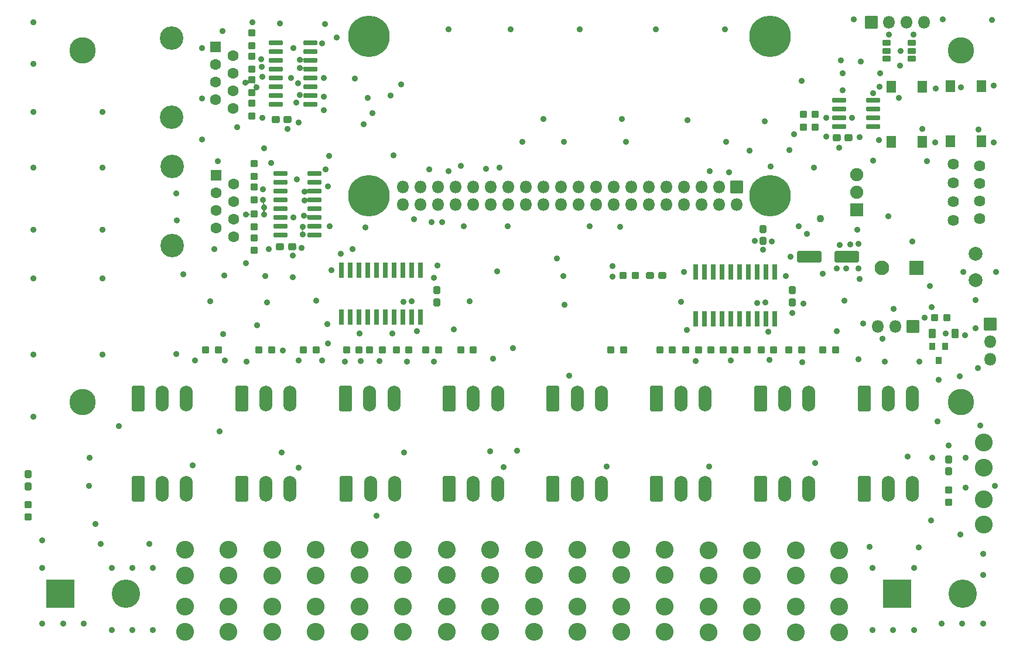
<source format=gbr>
%TF.GenerationSoftware,KiCad,Pcbnew,(6.0.7)*%
%TF.CreationDate,2022-08-20T02:00:58-04:00*%
%TF.ProjectId,Pi_Zero_W_16,50695f5a-6572-46f5-9f57-5f31362e6b69,v1*%
%TF.SameCoordinates,Original*%
%TF.FileFunction,Soldermask,Top*%
%TF.FilePolarity,Negative*%
%FSLAX46Y46*%
G04 Gerber Fmt 4.6, Leading zero omitted, Abs format (unit mm)*
G04 Created by KiCad (PCBNEW (6.0.7)) date 2022-08-20 02:00:58*
%MOMM*%
%LPD*%
G01*
G04 APERTURE LIST*
G04 Aperture macros list*
%AMRoundRect*
0 Rectangle with rounded corners*
0 $1 Rounding radius*
0 $2 $3 $4 $5 $6 $7 $8 $9 X,Y pos of 4 corners*
0 Add a 4 corners polygon primitive as box body*
4,1,4,$2,$3,$4,$5,$6,$7,$8,$9,$2,$3,0*
0 Add four circle primitives for the rounded corners*
1,1,$1+$1,$2,$3*
1,1,$1+$1,$4,$5*
1,1,$1+$1,$6,$7*
1,1,$1+$1,$8,$9*
0 Add four rect primitives between the rounded corners*
20,1,$1+$1,$2,$3,$4,$5,0*
20,1,$1+$1,$4,$5,$6,$7,0*
20,1,$1+$1,$6,$7,$8,$9,0*
20,1,$1+$1,$8,$9,$2,$3,0*%
G04 Aperture macros list end*
%ADD10RoundRect,0.288500X-0.300000X-0.237500X0.300000X-0.237500X0.300000X0.237500X-0.300000X0.237500X0*%
%ADD11RoundRect,0.301000X-0.650000X-1.550000X0.650000X-1.550000X0.650000X1.550000X-0.650000X1.550000X0*%
%ADD12O,1.902000X3.702000*%
%ADD13C,2.577000*%
%ADD14RoundRect,0.051000X-0.279400X1.079500X-0.279400X-1.079500X0.279400X-1.079500X0.279400X1.079500X0*%
%ADD15RoundRect,0.288500X-0.237500X0.287500X-0.237500X-0.287500X0.237500X-0.287500X0.237500X0.287500X0*%
%ADD16RoundRect,0.288500X-0.237500X0.250000X-0.237500X-0.250000X0.237500X-0.250000X0.237500X0.250000X0*%
%ADD17RoundRect,0.051000X-0.850000X0.850000X-0.850000X-0.850000X0.850000X-0.850000X0.850000X0.850000X0*%
%ADD18O,1.802000X1.802000*%
%ADD19RoundRect,0.051000X-0.850000X-0.850000X0.850000X-0.850000X0.850000X0.850000X-0.850000X0.850000X0*%
%ADD20RoundRect,0.288500X0.237500X-0.250000X0.237500X0.250000X-0.237500X0.250000X-0.237500X-0.250000X0*%
%ADD21RoundRect,0.288500X-0.237500X0.300000X-0.237500X-0.300000X0.237500X-0.300000X0.237500X0.300000X0*%
%ADD22RoundRect,0.201000X0.825000X0.150000X-0.825000X0.150000X-0.825000X-0.150000X0.825000X-0.150000X0*%
%ADD23RoundRect,0.301000X-1.500000X-0.550000X1.500000X-0.550000X1.500000X0.550000X-1.500000X0.550000X0*%
%ADD24RoundRect,0.051000X1.000000X1.000000X-1.000000X1.000000X-1.000000X-1.000000X1.000000X-1.000000X0*%
%ADD25C,2.102000*%
%ADD26RoundRect,0.288500X-0.287500X-0.237500X0.287500X-0.237500X0.287500X0.237500X-0.287500X0.237500X0*%
%ADD27RoundRect,0.288500X-0.250000X-0.237500X0.250000X-0.237500X0.250000X0.237500X-0.250000X0.237500X0*%
%ADD28RoundRect,0.051000X0.850000X-0.850000X0.850000X0.850000X-0.850000X0.850000X-0.850000X-0.850000X0*%
%ADD29C,3.402000*%
%ADD30RoundRect,0.051000X-0.750000X0.750000X-0.750000X-0.750000X0.750000X-0.750000X0.750000X0.750000X0*%
%ADD31C,1.602000*%
%ADD32RoundRect,0.051000X-0.450000X-0.600000X0.450000X-0.600000X0.450000X0.600000X-0.450000X0.600000X0*%
%ADD33RoundRect,0.051000X-0.400000X0.450000X-0.400000X-0.450000X0.400000X-0.450000X0.400000X0.450000X0*%
%ADD34RoundRect,0.051000X-2.000000X-2.000000X2.000000X-2.000000X2.000000X2.000000X-2.000000X2.000000X0*%
%ADD35C,4.102000*%
%ADD36C,2.006000*%
%ADD37RoundRect,0.051000X0.650000X-0.775000X0.650000X0.775000X-0.650000X0.775000X-0.650000X-0.775000X0*%
%ADD38C,3.802000*%
%ADD39RoundRect,0.288500X0.250000X0.237500X-0.250000X0.237500X-0.250000X-0.237500X0.250000X-0.237500X0*%
%ADD40RoundRect,0.051000X-0.900000X0.900000X-0.900000X-0.900000X0.900000X-0.900000X0.900000X0.900000X0*%
%ADD41C,1.902000*%
%ADD42C,1.626000*%
%ADD43RoundRect,0.051000X0.500000X-0.350000X0.500000X0.350000X-0.500000X0.350000X-0.500000X-0.350000X0*%
%ADD44C,6.000000*%
%ADD45C,0.902000*%
%ADD46C,1.102000*%
G04 APERTURE END LIST*
D10*
%TO.C,C5*%
X-92080900Y53300900D03*
X-90355900Y53300900D03*
%TD*%
D11*
%TO.C,J2*%
X-112017200Y3500D03*
D12*
X-108517200Y3500D03*
X-105017200Y3500D03*
%TD*%
D11*
%TO.C,J5*%
X-82017200Y13003500D03*
D12*
X-78517200Y13003500D03*
X-75017200Y13003500D03*
%TD*%
D11*
%TO.C,J6*%
X-81902858Y3500D03*
D12*
X-78402858Y3500D03*
X-74902858Y3500D03*
%TD*%
D11*
%TO.C,J7*%
X-67017200Y13003500D03*
D12*
X-63517200Y13003500D03*
X-60017200Y13003500D03*
%TD*%
D11*
%TO.C,J8*%
X-67017200Y3500D03*
D12*
X-63517200Y3500D03*
X-60017200Y3500D03*
%TD*%
D11*
%TO.C,J9*%
X-52017200Y13003500D03*
D12*
X-48517200Y13003500D03*
X-45017200Y13003500D03*
%TD*%
D11*
%TO.C,J10*%
X-52017200Y3500D03*
D12*
X-48517200Y3500D03*
X-45017200Y3500D03*
%TD*%
D11*
%TO.C,J11*%
X-37017200Y13003500D03*
D12*
X-33517200Y13003500D03*
X-30017200Y13003500D03*
%TD*%
D11*
%TO.C,J12*%
X-37017200Y3500D03*
D12*
X-33517200Y3500D03*
X-30017200Y3500D03*
%TD*%
D11*
%TO.C,J13*%
X-22017200Y13003500D03*
D12*
X-18517200Y13003500D03*
X-15017200Y13003500D03*
%TD*%
D11*
%TO.C,J14*%
X-22017200Y3500D03*
D12*
X-18517200Y3500D03*
X-15017200Y3500D03*
%TD*%
D11*
%TO.C,J15*%
X-7017200Y13003500D03*
D12*
X-3517200Y13003500D03*
X-17200Y13003500D03*
%TD*%
D11*
%TO.C,J16*%
X-7017200Y3500D03*
D12*
X-3517200Y3500D03*
X-17200Y3500D03*
%TD*%
D13*
%TO.C,F1*%
X-105238400Y-20699100D03*
X-105238400Y-16999100D03*
X-105238400Y-12499100D03*
X-105238400Y-8799100D03*
%TD*%
%TO.C,F7*%
X-67398404Y-20695100D03*
X-67398404Y-16995100D03*
X-67398404Y-12495100D03*
X-67398404Y-8795100D03*
%TD*%
%TO.C,F2*%
X-98931734Y-20699100D03*
X-98931734Y-16999100D03*
X-98931734Y-12499100D03*
X-98931734Y-8799100D03*
%TD*%
%TO.C,F6*%
X-73705070Y-20695100D03*
X-73705070Y-16995100D03*
X-73705070Y-12495100D03*
X-73705070Y-8795100D03*
%TD*%
%TO.C,F8*%
X-61091738Y-20695100D03*
X-61091738Y-16995100D03*
X-61091738Y-12495100D03*
X-61091738Y-8795100D03*
%TD*%
%TO.C,F9*%
X-54785072Y-20695100D03*
X-54785072Y-16995100D03*
X-54785072Y-12495100D03*
X-54785072Y-8795100D03*
%TD*%
%TO.C,F10*%
X-48478406Y-20695100D03*
X-48478406Y-16995100D03*
X-48478406Y-12495100D03*
X-48478406Y-8795100D03*
%TD*%
%TO.C,F5*%
X-80011736Y-20695100D03*
X-80011736Y-16995100D03*
X-80011736Y-12495100D03*
X-80011736Y-8795100D03*
%TD*%
%TO.C,F3*%
X-92625068Y-20700100D03*
X-92625068Y-17000100D03*
X-92625068Y-12500100D03*
X-92625068Y-8800100D03*
%TD*%
%TO.C,F11*%
X-42171740Y-20695100D03*
X-42171740Y-16995100D03*
X-42171740Y-12495100D03*
X-42171740Y-8795100D03*
%TD*%
%TO.C,F4*%
X-86318402Y-20700100D03*
X-86318402Y-17000100D03*
X-86318402Y-12500100D03*
X-86318402Y-8800100D03*
%TD*%
D11*
%TO.C,J1*%
X-112017200Y13003500D03*
D12*
X-108517200Y13003500D03*
X-105017200Y13003500D03*
%TD*%
D11*
%TO.C,J3*%
X-97017200Y13003500D03*
D12*
X-93517200Y13003500D03*
X-90017200Y13003500D03*
%TD*%
D11*
%TO.C,J4*%
X-97017200Y3500D03*
D12*
X-93517200Y3500D03*
X-90017200Y3500D03*
%TD*%
D13*
%TO.C,F12*%
X-35865074Y-20691300D03*
X-35865074Y-16991300D03*
X-35865074Y-12491300D03*
X-35865074Y-8791300D03*
%TD*%
D14*
%TO.C,U2*%
X-71203400Y31554100D03*
X-72473400Y31554100D03*
X-73743400Y31554100D03*
X-75013400Y31554100D03*
X-76283400Y31554100D03*
X-77553400Y31554100D03*
X-78823400Y31554100D03*
X-80093400Y31554100D03*
X-81363400Y31554100D03*
X-82633400Y31554100D03*
X-82633400Y24797700D03*
X-81363400Y24797700D03*
X-80093400Y24797700D03*
X-78823400Y24797700D03*
X-77553400Y24797700D03*
X-76283400Y24797700D03*
X-75013400Y24797700D03*
X-73743400Y24797700D03*
X-72473400Y24797700D03*
X-71203400Y24797700D03*
%TD*%
D15*
%TO.C,D3*%
X-127918400Y2120500D03*
X-127918400Y370500D03*
%TD*%
%TO.C,D4*%
X5203400Y4243900D03*
X5203400Y2493900D03*
%TD*%
D16*
%TO.C,R2*%
X-127918400Y-2261600D03*
X-127918400Y-4086600D03*
%TD*%
%TO.C,R3*%
X5203400Y-138200D03*
X5203400Y-1963200D03*
%TD*%
D17*
%TO.C,J21*%
X61600Y23484100D03*
D18*
X-2478400Y23484100D03*
X-5018400Y23484100D03*
%TD*%
D13*
%TO.C,F17*%
X10308800Y-5199100D03*
X10308800Y-1499100D03*
X10308800Y3000900D03*
X10308800Y6700900D03*
%TD*%
D19*
%TO.C,J20*%
X11161600Y23790500D03*
D18*
X11161600Y21250500D03*
X11161600Y18710500D03*
%TD*%
D16*
%TO.C,R14*%
X-95543400Y65838400D03*
X-95543400Y64013400D03*
%TD*%
D20*
%TO.C,R12*%
X-95543400Y53863400D03*
X-95543400Y55688400D03*
%TD*%
D21*
%TO.C,C3*%
X-68815800Y28657400D03*
X-68815800Y26932400D03*
%TD*%
D10*
%TO.C,C6*%
X-10970900Y50670900D03*
X-9245900Y50670900D03*
%TD*%
D16*
%TO.C,R5*%
X-14118400Y54063400D03*
X-14118400Y52238400D03*
%TD*%
D22*
%TO.C,U6*%
X-5693400Y52275900D03*
X-5693400Y53545900D03*
X-5693400Y54815900D03*
X-5693400Y56085900D03*
X-10643400Y56085900D03*
X-10643400Y54815900D03*
X-10643400Y53545900D03*
X-10643400Y52275900D03*
%TD*%
D16*
%TO.C,R4*%
X-15818400Y54063400D03*
X-15818400Y52238400D03*
%TD*%
D23*
%TO.C,C2*%
X-14938400Y33550900D03*
X-9538400Y33550900D03*
%TD*%
D24*
%TO.C,C1*%
X561600Y31950900D03*
D25*
X-4438400Y31950900D03*
%TD*%
D26*
%TO.C,D2*%
X-37968400Y30825900D03*
X-36218400Y30825900D03*
%TD*%
D27*
%TO.C,R1*%
X-41905900Y30825900D03*
X-40080900Y30825900D03*
%TD*%
D21*
%TO.C,C7*%
X-21643400Y37538400D03*
X-21643400Y35813400D03*
%TD*%
D16*
%TO.C,R13*%
X-95543400Y59088400D03*
X-95543400Y57263400D03*
%TD*%
D20*
%TO.C,R11*%
X-95543400Y60638400D03*
X-95543400Y62463400D03*
%TD*%
D22*
%TO.C,U4*%
X-87134320Y55505400D03*
X-87134320Y56775400D03*
X-87134320Y58045400D03*
X-87134320Y59315400D03*
X-87134320Y60585400D03*
X-87134320Y61855400D03*
X-87134320Y63125400D03*
X-87134320Y64395400D03*
X-92084320Y64395400D03*
X-92084320Y63125400D03*
X-92084320Y61855400D03*
X-92084320Y60585400D03*
X-92084320Y59315400D03*
X-92084320Y58045400D03*
X-92084320Y56775400D03*
X-92084320Y55505400D03*
%TD*%
D14*
%TO.C,U3*%
X-19932440Y31329220D03*
X-21202440Y31329220D03*
X-22472440Y31329220D03*
X-23742440Y31329220D03*
X-25012440Y31329220D03*
X-26282440Y31329220D03*
X-27552440Y31329220D03*
X-28822440Y31329220D03*
X-30092440Y31329220D03*
X-31362440Y31329220D03*
X-31362440Y24572820D03*
X-30092440Y24572820D03*
X-28822440Y24572820D03*
X-27552440Y24572820D03*
X-26282440Y24572820D03*
X-25012440Y24572820D03*
X-23742440Y24572820D03*
X-22472440Y24572820D03*
X-21202440Y24572820D03*
X-19932440Y24572820D03*
%TD*%
D28*
%TO.C,J22*%
X-5988400Y67375900D03*
D18*
X-3448400Y67375900D03*
X-908400Y67375900D03*
X1631600Y67375900D03*
%TD*%
D21*
%TO.C,C4*%
X-17417840Y28666200D03*
X-17417840Y26941200D03*
%TD*%
D29*
%TO.C,J23*%
X-107118400Y53648400D03*
X-107118400Y65078400D03*
D30*
X-100768400Y63808400D03*
D31*
X-98228400Y62538400D03*
X-100768400Y61268400D03*
X-98228400Y59998400D03*
X-100768400Y58728400D03*
X-98228400Y57458400D03*
X-100768400Y56188400D03*
X-98228400Y54918400D03*
%TD*%
D29*
%TO.C,J24*%
X-107093400Y46583400D03*
X-107093400Y35153400D03*
D30*
X-100743400Y45313400D03*
D31*
X-98203400Y44043400D03*
X-100743400Y42773400D03*
X-98203400Y41503400D03*
X-100743400Y40233400D03*
X-98203400Y38963400D03*
X-100743400Y37693400D03*
X-98203400Y36423400D03*
%TD*%
D32*
%TO.C,D1*%
X2811600Y22450900D03*
X6111600Y22450900D03*
%TD*%
D33*
%TO.C,Q1*%
X4711600Y20550900D03*
X2811600Y20550900D03*
X3761600Y18550900D03*
%TD*%
D27*
%TO.C,R6*%
X3149100Y24750900D03*
X4974100Y24750900D03*
%TD*%
D34*
%TO.C,J18*%
X-2238400Y-15149100D03*
D35*
X7261600Y-15149100D03*
%TD*%
D13*
%TO.C,F13*%
X-29558408Y-20760100D03*
X-29558408Y-17060100D03*
X-29558408Y-12560100D03*
X-29558408Y-8860100D03*
%TD*%
%TO.C,F14*%
X-23251742Y-20760100D03*
X-23251742Y-17060100D03*
X-23251742Y-12560100D03*
X-23251742Y-8860100D03*
%TD*%
%TO.C,F15*%
X-16945076Y-20760100D03*
X-16945076Y-17060100D03*
X-16945076Y-12560100D03*
X-16945076Y-8860100D03*
%TD*%
%TO.C,F16*%
X-10638400Y-20760100D03*
X-10638400Y-17060100D03*
X-10638400Y-12560100D03*
X-10638400Y-8860100D03*
%TD*%
D34*
%TO.C,J17*%
X-123238400Y-15149100D03*
D35*
X-113738400Y-15149100D03*
%TD*%
D10*
%TO.C,C8*%
X-91455900Y34943400D03*
X-89730900Y34943400D03*
%TD*%
D20*
%TO.C,R7*%
X-95259320Y34438400D03*
X-95259320Y36263400D03*
%TD*%
D16*
%TO.C,R8*%
X-95259320Y39660300D03*
X-95259320Y37835300D03*
%TD*%
D22*
%TO.C,U5*%
X-86468400Y36630800D03*
X-86468400Y37900800D03*
X-86468400Y39170800D03*
X-86468400Y40440800D03*
X-86468400Y41710800D03*
X-86468400Y42980800D03*
X-86468400Y44250800D03*
X-86468400Y45520800D03*
X-91418400Y45520800D03*
X-91418400Y44250800D03*
X-91418400Y42980800D03*
X-91418400Y41710800D03*
X-91418400Y40440800D03*
X-91418400Y39170800D03*
X-91418400Y37900800D03*
X-91418400Y36630800D03*
%TD*%
D16*
%TO.C,R10*%
X-95259320Y46963400D03*
X-95259320Y45138400D03*
%TD*%
D20*
%TO.C,R9*%
X-95259320Y41760300D03*
X-95259320Y43585300D03*
%TD*%
D36*
%TO.C,J19*%
X9112059Y30145340D03*
X9112059Y33955340D03*
%TD*%
D37*
%TO.C,SW1*%
X-3093400Y58100900D03*
X-3093400Y50150900D03*
X1406600Y58100900D03*
X1406600Y50150900D03*
%TD*%
%TO.C,SW2*%
X5431600Y50225900D03*
X5431600Y58175900D03*
X9931600Y58175900D03*
X9931600Y50225900D03*
%TD*%
D38*
%TO.C,H2*%
X7010400Y12484900D03*
%TD*%
%TO.C,H3*%
X-119989600Y63284900D03*
%TD*%
D27*
%TO.C,R20*%
X-74680900Y20025900D03*
X-72855900Y20025900D03*
%TD*%
%TO.C,R26*%
X-29205900Y20025900D03*
X-27380900Y20025900D03*
%TD*%
D39*
%TO.C,R24*%
X-34755900Y20025900D03*
X-36580900Y20025900D03*
%TD*%
D27*
%TO.C,R21*%
X-70405900Y20025900D03*
X-68580900Y20025900D03*
%TD*%
D40*
%TO.C,U7*%
X-8117900Y40310900D03*
D41*
X-8117900Y42850900D03*
X-8117900Y45390900D03*
D42*
X9662100Y46660900D03*
X9662100Y44120900D03*
X9662100Y41580900D03*
X9662100Y39040900D03*
X5852100Y46892840D03*
X5852100Y44197900D03*
X5852100Y41503900D03*
X5852100Y38808960D03*
%TD*%
D39*
%TO.C,R19*%
X-76680900Y20025900D03*
X-78505900Y20025900D03*
%TD*%
D38*
%TO.C,H4*%
X7010400Y63284900D03*
%TD*%
D39*
%TO.C,R23*%
X-41805900Y20025900D03*
X-43630900Y20025900D03*
%TD*%
%TO.C,R18*%
X-80055900Y20025900D03*
X-81880900Y20025900D03*
%TD*%
%TO.C,R25*%
X-30955900Y20025900D03*
X-32780900Y20025900D03*
%TD*%
%TO.C,R15*%
X-100405900Y20025900D03*
X-102230900Y20025900D03*
%TD*%
D43*
%TO.C,PIN3*%
X-3808400Y62107900D03*
X-3808400Y63250900D03*
X-3808400Y64393900D03*
%TD*%
D27*
%TO.C,R22*%
X-65355900Y20025900D03*
X-63530900Y20025900D03*
%TD*%
%TO.C,R30*%
X-13005900Y20025900D03*
X-11180900Y20025900D03*
%TD*%
%TO.C,R29*%
X-17880900Y20025900D03*
X-16055900Y20025900D03*
%TD*%
%TO.C,R27*%
X-25730900Y20025900D03*
X-23905900Y20025900D03*
%TD*%
D38*
%TO.C,H1*%
X-119989600Y12484900D03*
%TD*%
D43*
%TO.C,PIN4*%
X-168400Y62114900D03*
X-168400Y63257900D03*
X-168400Y64400900D03*
%TD*%
D39*
%TO.C,R17*%
X-86280900Y20025900D03*
X-88105900Y20025900D03*
%TD*%
%TO.C,R16*%
X-92705900Y20025900D03*
X-94530900Y20025900D03*
%TD*%
D27*
%TO.C,R28*%
X-21905900Y20050900D03*
X-20080900Y20050900D03*
%TD*%
D44*
%TO.C,U1*%
X-20623400Y42355900D03*
X-78623400Y42355900D03*
X-20623400Y65355900D03*
X-78623400Y65355900D03*
D28*
X-25493400Y43625900D03*
D18*
X-25493400Y41085900D03*
X-28033400Y43625900D03*
X-28033400Y41085900D03*
X-30573400Y43625900D03*
X-30573400Y41085900D03*
X-33113400Y43625900D03*
X-33113400Y41085900D03*
X-35653400Y43625900D03*
X-35653400Y41085900D03*
X-38193400Y43625900D03*
X-38193400Y41085900D03*
X-40733400Y43625900D03*
X-40733400Y41085900D03*
X-43273400Y43625900D03*
X-43273400Y41085900D03*
X-45813400Y43625900D03*
X-45813400Y41085900D03*
X-48353400Y43625900D03*
X-48353400Y41085900D03*
X-50893400Y43625900D03*
X-50893400Y41085900D03*
X-53433400Y43625900D03*
X-53433400Y41085900D03*
X-55973400Y43625900D03*
X-55973400Y41085900D03*
X-58513400Y43625900D03*
X-58513400Y41085900D03*
X-61053400Y43625900D03*
X-61053400Y41085900D03*
X-63593400Y43625900D03*
X-63593400Y41085900D03*
X-66133400Y43625900D03*
X-66133400Y41085900D03*
X-68673400Y43625900D03*
X-68673400Y41085900D03*
X-71213400Y43625900D03*
X-71213400Y41085900D03*
X-73753400Y43625900D03*
X-73753400Y41085900D03*
%TD*%
D45*
X-17422920Y25431340D03*
X-67118400Y66400900D03*
X-85118400Y56600900D03*
X-99568400Y30800900D03*
X-95518400Y67400900D03*
X-1718400Y63250900D03*
X-67118400Y45900900D03*
X-99768400Y66100900D03*
X-68018400Y38550900D03*
X-14318400Y46350900D03*
X-117118400Y37400900D03*
X7311600Y31308900D03*
X-16068400Y58950900D03*
X-89518400Y39200900D03*
X-50418400Y50100900D03*
X-69568400Y38550900D03*
X-59188400Y3100900D03*
X-29438400Y3200900D03*
X-4038400Y18350900D03*
X81600Y65600900D03*
X-15318400Y36850900D03*
X4381600Y67800900D03*
X-53418400Y53450900D03*
X-15968400Y18300900D03*
X-75268400Y22450900D03*
X-118138400Y-5049100D03*
X7161600Y-19449100D03*
X-9068400Y35300900D03*
X-14138400Y3750900D03*
X-127118400Y67400900D03*
X-9838400Y27150900D03*
X7661600Y4500900D03*
X-85018400Y67150900D03*
X-88818400Y52900900D03*
X-17638400Y33550900D03*
X-91068400Y20000900D03*
X-12468400Y50900900D03*
X-73518400Y5250900D03*
X-88788400Y3000900D03*
X-88368400Y34750900D03*
X-9618400Y31800900D03*
X-80668400Y59250900D03*
X-83268400Y65150900D03*
X-57218400Y5500900D03*
X-3568400Y39350900D03*
X-4868400Y50400900D03*
X-64038400Y27050900D03*
X-20718400Y18600900D03*
X-102768400Y56350900D03*
X-102768400Y63650900D03*
X-85418400Y18550900D03*
X-33118400Y31313980D03*
X-78118400Y54300900D03*
X-127118400Y46400900D03*
X-7868400Y31850900D03*
X-21668400Y34500900D03*
X-117118400Y54400900D03*
X-79168400Y37750900D03*
X-85118400Y59350900D03*
X-117118400Y30400900D03*
X-48118400Y66400900D03*
X-82068400Y18400900D03*
X-44238400Y3200900D03*
X-7518400Y61700900D03*
X-65318400Y46650900D03*
X-1818400Y61100900D03*
X-43368400Y30650900D03*
X11861600Y400900D03*
X9089600Y27244900D03*
X-8518400Y67800900D03*
X-51468400Y33250900D03*
X-119118400Y400900D03*
X-32568400Y53250900D03*
X-101018400Y34600900D03*
X-110338400Y-7949100D03*
X9531600Y51900900D03*
X-6218400Y-8379100D03*
X-37118400Y66400900D03*
X-26968400Y50100900D03*
X-93318400Y26950900D03*
X-64918400Y37950900D03*
X-73968400Y58400900D03*
X-13018400Y31100900D03*
X-7818400Y18700900D03*
X1761600Y24750900D03*
X-80018400Y22400900D03*
X-4338400Y21650900D03*
X-72473400Y27058300D03*
X-60118400Y31400900D03*
X-5718400Y47400900D03*
X2761600Y26250900D03*
X-84668400Y23750900D03*
X961600Y18350900D03*
X-84418400Y48100900D03*
X4771600Y22418900D03*
X-105468400Y31000900D03*
X-88218400Y36750900D03*
X-100218400Y8300900D03*
X-77068400Y18450900D03*
X-89068400Y44700900D03*
X-104138400Y3350900D03*
X-7688400Y30300900D03*
X-10938400Y22750900D03*
X-80968400Y34600900D03*
X1381600Y51950900D03*
X-71718400Y22800900D03*
X-23568400Y48850900D03*
X-78818400Y56450900D03*
X-106418400Y38800900D03*
X4161600Y-19449100D03*
X-79418400Y52650900D03*
X-50368400Y26600900D03*
X-86218400Y27200900D03*
X7611600Y150900D03*
X-69218400Y18400900D03*
X10161600Y-12449100D03*
X-17868400Y48950900D03*
X-69868400Y46100900D03*
X9089600Y23180900D03*
X-27118400Y66400900D03*
X-127118400Y19400900D03*
X-127118400Y54400900D03*
X-91218400Y5250900D03*
X11681600Y58200900D03*
X-125838400Y-7449100D03*
X-127118400Y37400900D03*
X-119838400Y-19449100D03*
X-31368400Y18450900D03*
X-125838400Y-11449100D03*
X-50518400Y30700900D03*
X-72118400Y38900900D03*
X-89868400Y59350900D03*
X-106468400Y19500900D03*
X6881600Y-6599100D03*
X-73641800Y27032900D03*
X-10618400Y49250900D03*
X-93118400Y34650900D03*
X881600Y-8449100D03*
X-7718400Y50750900D03*
X-73118400Y18350900D03*
X-59768400Y46350900D03*
X-10968400Y31800900D03*
X9761600Y9150900D03*
X-94018400Y53600900D03*
X-3418400Y65600900D03*
X-57818400Y20350900D03*
X-42018400Y53400900D03*
X-97668400Y52250900D03*
X-58568400Y37950900D03*
X-10368400Y61900900D03*
X-127118400Y61400900D03*
X3231600Y50050900D03*
X-21304040Y26894380D03*
X-58118400Y66400900D03*
X-69268400Y30450900D03*
X-8818400Y53600900D03*
X2081600Y47350900D03*
X11681600Y50000900D03*
X-94818400Y23600900D03*
X-33460480Y27001060D03*
X-89618400Y33700900D03*
X-56468400Y50100900D03*
X5228800Y6239100D03*
X-101568400Y27100900D03*
X-68718400Y32250900D03*
X-92768400Y47100900D03*
X-122838400Y-19449100D03*
X-26518400Y45700900D03*
X10161600Y-9449100D03*
X-46668400Y37950900D03*
X12011600Y31350900D03*
X-119038400Y4450900D03*
X-75068400Y48200900D03*
X-89568400Y63700900D03*
X-49638400Y16350900D03*
X2861600Y4450900D03*
X-43418400Y32200900D03*
X-8038400Y37450900D03*
X-102718400Y50450900D03*
X-84318400Y37950900D03*
X-117438400Y-7949100D03*
X-79818400Y18450900D03*
X-89118400Y55800900D03*
X-20568400Y46550900D03*
X-93818400Y49200900D03*
D46*
X-13388400Y39000400D03*
D45*
X-61068400Y5450900D03*
X-84018400Y31550900D03*
X-125838400Y-19449100D03*
X-106468400Y42650900D03*
X-100468400Y47350900D03*
X-127118400Y10400900D03*
X-20918400Y22700900D03*
X-41418400Y50100900D03*
X-7138400Y23850900D03*
X-1968400Y56450900D03*
X-85168400Y54650900D03*
X7565600Y22164900D03*
X9461600Y17450900D03*
X-84868400Y46150900D03*
X-89618400Y30550900D03*
X-103768400Y18550900D03*
X-17118400Y51250900D03*
X11431600Y67700900D03*
X-90368400Y52000900D03*
X-18338400Y30750900D03*
X3761600Y15750900D03*
X2461600Y29250900D03*
X-10518400Y35250900D03*
X-22528320Y26863900D03*
X6931600Y57950900D03*
X-20418400Y35750900D03*
X-88818400Y18550900D03*
X-93618400Y30750900D03*
X-114738400Y9050900D03*
X-7818400Y35350900D03*
X-12468400Y53550900D03*
X-82668400Y33900900D03*
X-22868400Y35800900D03*
X-60668400Y18750900D03*
X-99468400Y18550900D03*
X6761600Y16250900D03*
X-61668400Y46250900D03*
X-18400Y35750900D03*
X-21368400Y53100900D03*
X-42268400Y37850900D03*
X10161600Y-19449100D03*
X-117118400Y46400900D03*
X-96418400Y32600900D03*
X-77538400Y-3899100D03*
X-26268400Y18550900D03*
X-85368400Y64300900D03*
X-91518400Y67200900D03*
X-84518400Y43700900D03*
X-75518400Y56800900D03*
X-738400Y4650900D03*
X-5718400Y57150900D03*
X-127118400Y30400900D03*
X-96318400Y18400900D03*
X-66368400Y23050900D03*
X-99668400Y22350900D03*
X-117118400Y19400900D03*
X2661600Y-4549100D03*
X-32618400Y22950900D03*
X3331600Y57850900D03*
X-2738400Y25950900D03*
X-15792240Y26772460D03*
X-16518400Y37950900D03*
X3561600Y9750900D03*
X-84568400Y20950900D03*
X-115838400Y-20449100D03*
X-115838400Y-11449100D03*
X-109838400Y-20449100D03*
X-112838400Y-11449100D03*
X-109838400Y-11449100D03*
X-112838400Y-20449100D03*
X-5838400Y-20449100D03*
X-5838400Y-11449100D03*
X161600Y-11449100D03*
X161600Y-20449100D03*
X-2838400Y-20449100D03*
X-94229982Y62042173D03*
X-88618400Y62000900D03*
X-94068400Y59500900D03*
X-88868400Y58600900D03*
X-96493400Y58625900D03*
X-88593400Y56875900D03*
X-94869038Y58007537D03*
X-29368400Y45850900D03*
X-94143400Y60925900D03*
X-88643400Y60750900D03*
X-4828400Y58050900D03*
X-10118400Y57550900D03*
X-10168400Y60050900D03*
X-4718400Y60000900D03*
X-93918400Y41725900D03*
X-87968400Y41650900D03*
X-88218400Y37850900D03*
X-93784736Y39617236D03*
X-93793400Y40650900D03*
X-96443400Y39625900D03*
X-87993400Y39425900D03*
X-93918400Y43250900D03*
X-87968400Y42950900D03*
G36*
X-88290185Y37407697D02*
G01*
X-88162906Y37405363D01*
X-88077056Y37428769D01*
X-88075122Y37428259D01*
X-88074596Y37426330D01*
X-88075765Y37424991D01*
X-88100741Y37414646D01*
X-88154900Y37371002D01*
X-88176772Y37305287D01*
X-88159644Y37238181D01*
X-88108761Y37190807D01*
X-88100979Y37187253D01*
X-88071366Y37174987D01*
X-88070148Y37173400D01*
X-88070913Y37171552D01*
X-88072704Y37171223D01*
X-88152036Y37194948D01*
X-88279334Y37195725D01*
X-88361954Y37172112D01*
X-88363895Y37172598D01*
X-88364444Y37174521D01*
X-88363269Y37175883D01*
X-88336058Y37187154D01*
X-88281899Y37230798D01*
X-88260027Y37296513D01*
X-88277155Y37363619D01*
X-88328038Y37410993D01*
X-88335821Y37414547D01*
X-88367502Y37427670D01*
X-88368720Y37429257D01*
X-88367955Y37431105D01*
X-88366141Y37431427D01*
X-88290185Y37407697D01*
G37*
G36*
X-87558638Y39551409D02*
G01*
X-87518613Y39501742D01*
X-87452847Y39479853D01*
X-87396368Y39491320D01*
X-87394472Y39490685D01*
X-87394074Y39488725D01*
X-87394859Y39487697D01*
X-87434086Y39461486D01*
X-87477215Y39396940D01*
X-87492400Y39320601D01*
X-87492400Y39020999D01*
X-87491066Y39014293D01*
X-87491709Y39012399D01*
X-87493671Y39012009D01*
X-87494857Y39013094D01*
X-87522236Y39074987D01*
X-87580047Y39113121D01*
X-87649405Y39113948D01*
X-87689035Y39094111D01*
X-87691031Y39094229D01*
X-87691926Y39096018D01*
X-87691413Y39097241D01*
X-87621179Y39174834D01*
X-87565674Y39289396D01*
X-87544533Y39415058D01*
X-87544402Y39425769D01*
X-87562175Y39549870D01*
X-87561430Y39551727D01*
X-87559451Y39552010D01*
X-87558638Y39551409D01*
G37*
G36*
X-95783948Y39832665D02*
G01*
X-95783320Y39831209D01*
X-95783320Y39420596D01*
X-95784320Y39418864D01*
X-95786320Y39418864D01*
X-95787239Y39420032D01*
X-95787395Y39420563D01*
X-95787451Y39420814D01*
X-95788598Y39428055D01*
X-95789540Y39428416D01*
X-95789905Y39429112D01*
X-95806915Y39487045D01*
X-95859258Y39532400D01*
X-95927811Y39542257D01*
X-95990862Y39513462D01*
X-96017502Y39476519D01*
X-96019326Y39475699D01*
X-96020948Y39476869D01*
X-96020924Y39478561D01*
X-96015674Y39489396D01*
X-95994533Y39615058D01*
X-95994402Y39625769D01*
X-96012467Y39751913D01*
X-96024804Y39779047D01*
X-96024610Y39781038D01*
X-96022790Y39781866D01*
X-96021426Y39781130D01*
X-95980421Y39730245D01*
X-95914706Y39708373D01*
X-95847600Y39725501D01*
X-95800366Y39776233D01*
X-95787266Y39831669D01*
X-95785895Y39833125D01*
X-95783948Y39832665D01*
G37*
G36*
X-93595022Y40247648D02*
G01*
X-93595766Y40246037D01*
X-93645493Y40205963D01*
X-93667365Y40140248D01*
X-93650237Y40073142D01*
X-93605495Y40031486D01*
X-93604909Y40029574D01*
X-93606272Y40028110D01*
X-93607431Y40028106D01*
X-93718372Y40061284D01*
X-93845670Y40062061D01*
X-93968070Y40027079D01*
X-93976217Y40021939D01*
X-93978215Y40021860D01*
X-93979282Y40023552D01*
X-93978539Y40025187D01*
X-93932644Y40062170D01*
X-93910771Y40127886D01*
X-93927899Y40194991D01*
X-93973665Y40237603D01*
X-93974251Y40239515D01*
X-93972888Y40240979D01*
X-93971706Y40240976D01*
X-93865185Y40207697D01*
X-93737906Y40205363D01*
X-93615087Y40238848D01*
X-93598068Y40249298D01*
X-93596068Y40249352D01*
X-93595022Y40247648D01*
G37*
G36*
X-93721036Y41322025D02*
G01*
X-93721780Y41320414D01*
X-93770990Y41280757D01*
X-93792862Y41215042D01*
X-93775733Y41147936D01*
X-93724950Y41100655D01*
X-93685915Y41088687D01*
X-93676689Y41087473D01*
X-93676185Y41087338D01*
X-93646366Y41074987D01*
X-93645148Y41073400D01*
X-93645913Y41071552D01*
X-93647704Y41071223D01*
X-93727036Y41094948D01*
X-93854334Y41095725D01*
X-93976734Y41060743D01*
X-93983763Y41056308D01*
X-93985761Y41056229D01*
X-93986828Y41057920D01*
X-93986085Y41059556D01*
X-93940809Y41096043D01*
X-93918937Y41161758D01*
X-93936066Y41228864D01*
X-93986849Y41276145D01*
X-94025884Y41288113D01*
X-94035112Y41289327D01*
X-94035616Y41289462D01*
X-94067505Y41302671D01*
X-94068723Y41304258D01*
X-94067958Y41306106D01*
X-94066144Y41306428D01*
X-93990185Y41282697D01*
X-93862906Y41280363D01*
X-93740085Y41313849D01*
X-93724081Y41323675D01*
X-93722082Y41323729D01*
X-93721036Y41322025D01*
G37*
G36*
X-87447700Y41982338D02*
G01*
X-87447969Y41980709D01*
X-87477215Y41936940D01*
X-87492400Y41860601D01*
X-87492400Y41560999D01*
X-87477215Y41484660D01*
X-87434086Y41420114D01*
X-87418803Y41409902D01*
X-87417918Y41408108D01*
X-87419029Y41406445D01*
X-87420872Y41406484D01*
X-87478158Y41437763D01*
X-87547247Y41432822D01*
X-87592057Y41399692D01*
X-87594044Y41399466D01*
X-87595233Y41401074D01*
X-87595046Y41402172D01*
X-87540674Y41514396D01*
X-87519533Y41640058D01*
X-87519402Y41650769D01*
X-87537467Y41776913D01*
X-87590157Y41892798D01*
X-87660498Y41974432D01*
X-87660871Y41976397D01*
X-87659356Y41977703D01*
X-87657765Y41977325D01*
X-87637571Y41961830D01*
X-87637082Y41962467D01*
X-87635234Y41963232D01*
X-87634316Y41962864D01*
X-87597885Y41936261D01*
X-87528744Y41932141D01*
X-87469125Y41965155D01*
X-87451046Y41983234D01*
X-87449114Y41983752D01*
X-87447700Y41982338D01*
G37*
G36*
X-87657765Y43277325D02*
G01*
X-87649041Y43270631D01*
X-87648672Y43270261D01*
X-87641033Y43260305D01*
X-87584858Y43219285D01*
X-87515717Y43215166D01*
X-87456100Y43248180D01*
X-87451046Y43253234D01*
X-87449114Y43253752D01*
X-87447700Y43252338D01*
X-87447969Y43250709D01*
X-87477215Y43206940D01*
X-87492400Y43130601D01*
X-87492400Y42830999D01*
X-87477215Y42754660D01*
X-87438079Y42696089D01*
X-87437948Y42694093D01*
X-87439611Y42692982D01*
X-87440700Y42693223D01*
X-87491183Y42720788D01*
X-87560272Y42715847D01*
X-87608855Y42679928D01*
X-87610842Y42679702D01*
X-87612031Y42681310D01*
X-87611527Y42682878D01*
X-87596179Y42699834D01*
X-87540674Y42814396D01*
X-87519533Y42940058D01*
X-87519402Y42950769D01*
X-87537467Y43076913D01*
X-87590157Y43192798D01*
X-87660498Y43274432D01*
X-87660871Y43276397D01*
X-87659356Y43277703D01*
X-87657765Y43277325D01*
G37*
G36*
X-88159047Y56760711D02*
G01*
X-88158320Y56759169D01*
X-88158320Y56625599D01*
X-88143135Y56549260D01*
X-88113889Y56505491D01*
X-88113758Y56503495D01*
X-88115421Y56502384D01*
X-88116966Y56502966D01*
X-88138791Y56524791D01*
X-88199840Y56558125D01*
X-88269068Y56553175D01*
X-88292575Y56540156D01*
X-88294575Y56540192D01*
X-88295544Y56541942D01*
X-88295027Y56543248D01*
X-88221179Y56624834D01*
X-88165674Y56739396D01*
X-88162292Y56759501D01*
X-88161019Y56761043D01*
X-88159047Y56760711D01*
G37*
G36*
X-95087281Y58654532D02*
G01*
X-95087457Y58653055D01*
X-95120599Y58592357D01*
X-95115659Y58523275D01*
X-95074154Y58467831D01*
X-95009078Y58443559D01*
X-94984341Y58444295D01*
X-94962714Y58447142D01*
X-94960866Y58446377D01*
X-94960605Y58444394D01*
X-94961903Y58443236D01*
X-95052372Y58417380D01*
X-95160029Y58349454D01*
X-95173956Y58333685D01*
X-95174618Y58333463D01*
X-95174865Y58332655D01*
X-95208780Y58294254D01*
X-95210676Y58293618D01*
X-95212175Y58294942D01*
X-95211866Y58296796D01*
X-95188768Y58326898D01*
X-95188398Y58327267D01*
X-95177581Y58335566D01*
X-95177158Y58335622D01*
X-95177070Y58336188D01*
X-95136432Y58391842D01*
X-95132313Y58460977D01*
X-95166226Y58521364D01*
X-95227506Y58553885D01*
X-95250568Y58554406D01*
X-95252277Y58555444D01*
X-95252232Y58557444D01*
X-95250756Y58558391D01*
X-95239578Y58559704D01*
X-95143643Y58602317D01*
X-95090627Y58655426D01*
X-95088696Y58655945D01*
X-95087281Y58654532D01*
G37*
G36*
X-96067994Y59117711D02*
G01*
X-96067400Y59116288D01*
X-96067400Y58838514D01*
X-96059596Y58772078D01*
X-96016983Y58676143D01*
X-95942744Y58602034D01*
X-95861730Y58566218D01*
X-95860551Y58564603D01*
X-95861359Y58562774D01*
X-95862852Y58562414D01*
X-95869881Y58563527D01*
X-95870476Y58563720D01*
X-95886825Y58572050D01*
X-95955189Y58584889D01*
X-96019394Y58558830D01*
X-96056657Y58509422D01*
X-96059425Y58502739D01*
X-96061012Y58501521D01*
X-96062860Y58502286D01*
X-96063245Y58503836D01*
X-96044533Y58615058D01*
X-96044402Y58625769D01*
X-96062467Y58751913D01*
X-96115157Y58867798D01*
X-96198253Y58964235D01*
X-96284198Y59019943D01*
X-96285107Y59021724D01*
X-96284020Y59023402D01*
X-96282345Y59023469D01*
X-96253849Y59011665D01*
X-96253067Y59012265D01*
X-96252085Y59012147D01*
X-96204631Y58993800D01*
X-96136784Y59007713D01*
X-96087208Y59056120D01*
X-96071335Y59116794D01*
X-96069929Y59118217D01*
X-96067994Y59117711D01*
G37*
G36*
X-88255855Y60981881D02*
G01*
X-88252169Y60977077D01*
X-88251908Y60976625D01*
X-88245941Y60962218D01*
X-88202297Y60908059D01*
X-88136531Y60886170D01*
X-88079999Y60897648D01*
X-88063107Y60905524D01*
X-88061115Y60905349D01*
X-88060270Y60903537D01*
X-88061151Y60902048D01*
X-88100006Y60876086D01*
X-88143135Y60811540D01*
X-88158320Y60735201D01*
X-88158320Y60435599D01*
X-88146812Y60377745D01*
X-88147455Y60375851D01*
X-88149417Y60375461D01*
X-88150275Y60376033D01*
X-88195993Y60427955D01*
X-88262597Y60446939D01*
X-88329143Y60426824D01*
X-88336528Y60421588D01*
X-88336937Y60421274D01*
X-88338920Y60421012D01*
X-88340138Y60422599D01*
X-88339638Y60424202D01*
X-88271179Y60499834D01*
X-88215674Y60614396D01*
X-88194533Y60740058D01*
X-88194402Y60750769D01*
X-88212467Y60876913D01*
X-88259263Y60979836D01*
X-88259069Y60981827D01*
X-88257249Y60982655D01*
X-88255855Y60981881D01*
G37*
G36*
X-88230855Y62231881D02*
G01*
X-88218370Y62215610D01*
X-88216776Y62216833D01*
X-88214793Y62217094D01*
X-88214001Y62216501D01*
X-88188279Y62184587D01*
X-88122512Y62162702D01*
X-88065989Y62174181D01*
X-88063107Y62175525D01*
X-88061115Y62175350D01*
X-88060270Y62173538D01*
X-88061151Y62172049D01*
X-88100006Y62146086D01*
X-88143135Y62081540D01*
X-88158320Y62005201D01*
X-88158320Y61705599D01*
X-88143324Y61630207D01*
X-88143967Y61628313D01*
X-88145929Y61627923D01*
X-88146787Y61628495D01*
X-88182537Y61669098D01*
X-88249141Y61688082D01*
X-88315116Y61668140D01*
X-88317064Y61668596D01*
X-88317642Y61670510D01*
X-88317178Y61671396D01*
X-88246179Y61749834D01*
X-88190674Y61864396D01*
X-88169533Y61990058D01*
X-88169402Y62000769D01*
X-88187467Y62126913D01*
X-88234263Y62229835D01*
X-88234069Y62231826D01*
X-88232249Y62232654D01*
X-88230855Y62231881D01*
G37*
M02*

</source>
